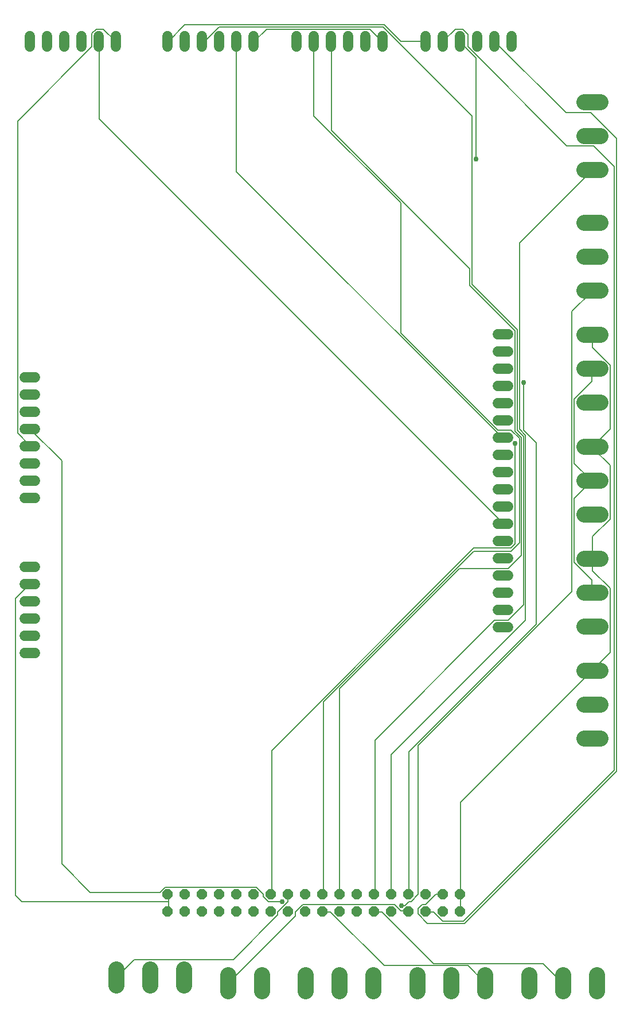
<source format=gbl>
G75*
%MOIN*%
%OFA0B0*%
%FSLAX25Y25*%
%IPPOS*%
%LPD*%
%AMOC8*
5,1,8,0,0,1.08239X$1,22.5*
%
%ADD10C,0.06000*%
%ADD11OC8,0.06000*%
%ADD12C,0.09370*%
%ADD13C,0.00600*%
%ADD14C,0.02978*%
D10*
X0018000Y0221000D02*
X0024000Y0221000D01*
X0024000Y0231000D02*
X0018000Y0231000D01*
X0018000Y0241000D02*
X0024000Y0241000D01*
X0024000Y0251000D02*
X0018000Y0251000D01*
X0018000Y0261000D02*
X0024000Y0261000D01*
X0024000Y0271000D02*
X0018000Y0271000D01*
X0018000Y0311000D02*
X0024000Y0311000D01*
X0024000Y0321000D02*
X0018000Y0321000D01*
X0018000Y0331000D02*
X0024000Y0331000D01*
X0024000Y0341000D02*
X0018000Y0341000D01*
X0018000Y0351000D02*
X0024000Y0351000D01*
X0024000Y0361000D02*
X0018000Y0361000D01*
X0018000Y0371000D02*
X0024000Y0371000D01*
X0024000Y0381000D02*
X0018000Y0381000D01*
X0021000Y0573000D02*
X0021000Y0579000D01*
X0031000Y0579000D02*
X0031000Y0573000D01*
X0041000Y0573000D02*
X0041000Y0579000D01*
X0051000Y0579000D02*
X0051000Y0573000D01*
X0061000Y0573000D02*
X0061000Y0579000D01*
X0071000Y0579000D02*
X0071000Y0573000D01*
X0101000Y0573000D02*
X0101000Y0579000D01*
X0111000Y0579000D02*
X0111000Y0573000D01*
X0121000Y0573000D02*
X0121000Y0579000D01*
X0131000Y0579000D02*
X0131000Y0573000D01*
X0141000Y0573000D02*
X0141000Y0579000D01*
X0151000Y0579000D02*
X0151000Y0573000D01*
X0176000Y0573000D02*
X0176000Y0579000D01*
X0186000Y0579000D02*
X0186000Y0573000D01*
X0196000Y0573000D02*
X0196000Y0579000D01*
X0206000Y0579000D02*
X0206000Y0573000D01*
X0216000Y0573000D02*
X0216000Y0579000D01*
X0226000Y0579000D02*
X0226000Y0573000D01*
X0251000Y0573000D02*
X0251000Y0579000D01*
X0261000Y0579000D02*
X0261000Y0573000D01*
X0271000Y0573000D02*
X0271000Y0579000D01*
X0281000Y0579000D02*
X0281000Y0573000D01*
X0291000Y0573000D02*
X0291000Y0579000D01*
X0301000Y0579000D02*
X0301000Y0573000D01*
X0299000Y0406000D02*
X0293000Y0406000D01*
X0293000Y0396000D02*
X0299000Y0396000D01*
X0299000Y0386000D02*
X0293000Y0386000D01*
X0293000Y0376000D02*
X0299000Y0376000D01*
X0299000Y0366000D02*
X0293000Y0366000D01*
X0293000Y0356000D02*
X0299000Y0356000D01*
X0299000Y0346000D02*
X0293000Y0346000D01*
X0293000Y0336000D02*
X0299000Y0336000D01*
X0299000Y0326000D02*
X0293000Y0326000D01*
X0293000Y0316000D02*
X0299000Y0316000D01*
X0299000Y0306000D02*
X0293000Y0306000D01*
X0293000Y0296000D02*
X0299000Y0296000D01*
X0299000Y0286000D02*
X0293000Y0286000D01*
X0293000Y0276000D02*
X0299000Y0276000D01*
X0299000Y0266000D02*
X0293000Y0266000D01*
X0293000Y0256000D02*
X0299000Y0256000D01*
X0299000Y0246000D02*
X0293000Y0246000D01*
X0293000Y0236000D02*
X0299000Y0236000D01*
D11*
X0271000Y0081000D03*
X0271000Y0071000D03*
X0261000Y0071000D03*
X0261000Y0081000D03*
X0251000Y0081000D03*
X0251000Y0071000D03*
X0241000Y0071000D03*
X0241000Y0081000D03*
X0231000Y0081000D03*
X0231000Y0071000D03*
X0221000Y0071000D03*
X0221000Y0081000D03*
X0211000Y0081000D03*
X0211000Y0071000D03*
X0201000Y0071000D03*
X0201000Y0081000D03*
X0191000Y0081000D03*
X0191000Y0071000D03*
X0181000Y0071000D03*
X0181000Y0081000D03*
X0171000Y0081000D03*
X0171000Y0071000D03*
X0161000Y0071000D03*
X0161000Y0081000D03*
X0151000Y0081000D03*
X0151000Y0071000D03*
X0141000Y0071000D03*
X0141000Y0081000D03*
X0131000Y0081000D03*
X0131000Y0071000D03*
X0121000Y0071000D03*
X0121000Y0081000D03*
X0111000Y0081000D03*
X0111000Y0071000D03*
X0101000Y0071000D03*
X0101000Y0081000D03*
D12*
X0110685Y0037457D02*
X0110685Y0028087D01*
X0091000Y0028087D02*
X0091000Y0037457D01*
X0071315Y0037457D02*
X0071315Y0028087D01*
X0136157Y0024543D02*
X0136157Y0033913D01*
X0155843Y0033913D02*
X0155843Y0024543D01*
X0181315Y0024543D02*
X0181315Y0033913D01*
X0201000Y0033913D02*
X0201000Y0024543D01*
X0220685Y0024543D02*
X0220685Y0033913D01*
X0246315Y0033913D02*
X0246315Y0024543D01*
X0266000Y0024543D02*
X0266000Y0033913D01*
X0285685Y0033913D02*
X0285685Y0024543D01*
X0311315Y0024543D02*
X0311315Y0033913D01*
X0331000Y0033913D02*
X0331000Y0024543D01*
X0350685Y0024543D02*
X0350685Y0033913D01*
X0352457Y0171315D02*
X0343087Y0171315D01*
X0343087Y0191000D02*
X0352457Y0191000D01*
X0352457Y0210685D02*
X0343087Y0210685D01*
X0343087Y0236315D02*
X0352457Y0236315D01*
X0352457Y0256000D02*
X0343087Y0256000D01*
X0343087Y0275685D02*
X0352457Y0275685D01*
X0352457Y0301315D02*
X0343087Y0301315D01*
X0343087Y0321000D02*
X0352457Y0321000D01*
X0352457Y0340685D02*
X0343087Y0340685D01*
X0343087Y0366315D02*
X0352457Y0366315D01*
X0352457Y0386000D02*
X0343087Y0386000D01*
X0343087Y0405685D02*
X0352457Y0405685D01*
X0352457Y0431315D02*
X0343087Y0431315D01*
X0343087Y0451000D02*
X0352457Y0451000D01*
X0352457Y0470685D02*
X0343087Y0470685D01*
X0343087Y0501315D02*
X0352457Y0501315D01*
X0352457Y0521000D02*
X0343087Y0521000D01*
X0343087Y0540685D02*
X0352457Y0540685D01*
D13*
X0012600Y0080400D02*
X0016200Y0076800D01*
X0101400Y0076800D01*
X0101400Y0071400D01*
X0101000Y0071000D01*
X0101400Y0076800D02*
X0101400Y0081000D01*
X0101000Y0081000D01*
X0099600Y0085200D02*
X0152400Y0085200D01*
X0156600Y0081000D01*
X0156600Y0079800D01*
X0159600Y0076800D01*
X0167400Y0076800D01*
X0171000Y0076800D02*
X0165000Y0070800D01*
X0165000Y0069000D01*
X0139200Y0043200D01*
X0081600Y0043200D01*
X0071400Y0033000D01*
X0071315Y0032772D01*
X0056000Y0082200D02*
X0096600Y0082200D01*
X0099600Y0085200D01*
X0136200Y0029400D02*
X0136157Y0029228D01*
X0136200Y0029400D02*
X0175200Y0068400D01*
X0175200Y0070800D01*
X0179400Y0075000D01*
X0232800Y0075000D01*
X0236400Y0071400D01*
X0240600Y0071400D01*
X0241000Y0071000D01*
X0238800Y0074400D02*
X0241200Y0076800D01*
X0242400Y0076800D01*
X0246600Y0081000D01*
X0246600Y0167400D01*
X0336000Y0256800D01*
X0336000Y0419400D01*
X0347400Y0430800D01*
X0347772Y0431315D01*
X0347772Y0405685D02*
X0348000Y0405600D01*
X0348000Y0398400D01*
X0358200Y0388200D01*
X0358200Y0351000D01*
X0348000Y0340800D01*
X0347772Y0340685D01*
X0348000Y0340200D01*
X0358200Y0330000D01*
X0358200Y0298800D01*
X0348000Y0288600D01*
X0348000Y0276000D01*
X0347772Y0275685D01*
X0348000Y0275400D01*
X0348000Y0268800D01*
X0358200Y0258600D01*
X0358200Y0221400D01*
X0348000Y0211200D01*
X0347772Y0210685D01*
X0347400Y0210600D01*
X0271200Y0134400D01*
X0271200Y0081000D01*
X0271000Y0081000D01*
X0271200Y0081000D02*
X0271200Y0071400D01*
X0271000Y0071000D01*
X0273000Y0065400D02*
X0360600Y0153000D01*
X0360600Y0503400D01*
X0348600Y0515400D01*
X0333000Y0515400D01*
X0275400Y0573000D01*
X0275400Y0580200D01*
X0272400Y0583200D01*
X0268200Y0583200D01*
X0261000Y0576000D01*
X0270600Y0576000D02*
X0271000Y0576000D01*
X0270600Y0576000D02*
X0280200Y0566400D01*
X0280200Y0507600D01*
X0277800Y0532800D02*
X0277800Y0435000D01*
X0304200Y0408600D01*
X0304200Y0350400D01*
X0307800Y0346800D01*
X0307800Y0249000D01*
X0298800Y0240000D01*
X0291000Y0240000D01*
X0221400Y0170400D01*
X0221400Y0081000D01*
X0221000Y0081000D01*
X0221000Y0071000D02*
X0221400Y0070800D01*
X0225600Y0070800D01*
X0255600Y0040800D01*
X0319200Y0040800D01*
X0330600Y0029400D01*
X0331000Y0029228D01*
X0285685Y0029228D02*
X0285600Y0029400D01*
X0275400Y0039600D01*
X0226800Y0039600D01*
X0195600Y0070800D01*
X0191400Y0070800D01*
X0191000Y0071000D01*
X0191000Y0081000D02*
X0191400Y0081000D01*
X0191400Y0192600D01*
X0279000Y0280200D01*
X0300600Y0280200D01*
X0305400Y0285000D01*
X0305400Y0345600D01*
X0300600Y0350400D01*
X0292800Y0350400D01*
X0236400Y0406800D01*
X0236400Y0482400D01*
X0186000Y0532800D01*
X0186000Y0576000D01*
X0196000Y0576000D02*
X0196200Y0576000D01*
X0196200Y0524400D01*
X0276600Y0444000D01*
X0276600Y0434400D01*
X0303000Y0408000D01*
X0303000Y0349800D01*
X0306600Y0346200D01*
X0306600Y0277800D01*
X0298800Y0270000D01*
X0270600Y0270000D01*
X0201000Y0200400D01*
X0201000Y0081000D01*
X0171000Y0081000D02*
X0171000Y0076800D01*
X0161400Y0081000D02*
X0161000Y0081000D01*
X0161400Y0081000D02*
X0161400Y0164400D01*
X0279000Y0282000D01*
X0300600Y0282000D01*
X0303000Y0284400D01*
X0303000Y0342600D01*
X0309000Y0347400D02*
X0305400Y0351000D01*
X0305400Y0459000D01*
X0347400Y0501000D01*
X0347772Y0501315D01*
X0361800Y0519600D02*
X0346800Y0534600D01*
X0332400Y0534600D01*
X0291000Y0576000D01*
X0277800Y0532800D02*
X0226200Y0584400D01*
X0130800Y0584400D01*
X0122400Y0576000D01*
X0121000Y0576000D01*
X0111000Y0585600D02*
X0101400Y0576000D01*
X0101000Y0576000D01*
X0111000Y0585600D02*
X0226800Y0585600D01*
X0236400Y0576000D01*
X0251000Y0576000D01*
X0226000Y0576000D02*
X0225600Y0576000D01*
X0218400Y0583200D01*
X0158400Y0583200D01*
X0151200Y0576000D01*
X0151000Y0576000D01*
X0141000Y0576000D02*
X0141000Y0500400D01*
X0295800Y0345600D01*
X0296000Y0346000D01*
X0307800Y0350400D02*
X0315200Y0343000D01*
X0315200Y0237800D01*
X0241200Y0163800D01*
X0241200Y0081000D01*
X0241000Y0081000D01*
X0238800Y0074400D02*
X0237000Y0074400D01*
X0231000Y0081000D02*
X0231000Y0162000D01*
X0309000Y0240000D01*
X0309000Y0347400D01*
X0307800Y0350400D02*
X0307800Y0378000D01*
X0337200Y0368400D02*
X0337200Y0331200D01*
X0347400Y0321000D01*
X0347772Y0321000D01*
X0347400Y0321000D02*
X0337200Y0310800D01*
X0337200Y0273600D01*
X0347400Y0263400D01*
X0347400Y0256200D01*
X0347772Y0256000D01*
X0296000Y0296000D02*
X0295800Y0296400D01*
X0061200Y0531000D01*
X0061200Y0576000D01*
X0061000Y0576000D01*
X0057000Y0573000D02*
X0057000Y0580800D01*
X0059400Y0583200D01*
X0063600Y0583200D01*
X0070800Y0576000D01*
X0071000Y0576000D01*
X0057000Y0573000D02*
X0013800Y0529800D01*
X0013800Y0348600D01*
X0021000Y0341400D01*
X0021000Y0341000D01*
X0021000Y0351000D02*
X0039400Y0332600D01*
X0039400Y0098800D01*
X0056000Y0082200D01*
X0012600Y0080400D02*
X0012600Y0252600D01*
X0021000Y0261000D01*
X0246600Y0072600D02*
X0246600Y0069600D01*
X0252000Y0064200D01*
X0273600Y0064200D01*
X0361800Y0152400D01*
X0361800Y0519600D01*
X0347772Y0386000D02*
X0347400Y0385800D01*
X0347400Y0378600D01*
X0337200Y0368400D01*
X0261000Y0081000D02*
X0256800Y0081000D01*
X0250800Y0075000D01*
X0249000Y0075000D01*
X0246600Y0072600D01*
X0251000Y0071000D02*
X0251400Y0070800D01*
X0255600Y0070800D01*
X0261000Y0065400D01*
X0273000Y0065400D01*
D14*
X0237000Y0074400D03*
X0167400Y0076800D03*
X0303000Y0342600D03*
X0307800Y0378000D03*
X0280200Y0507600D03*
M02*

</source>
